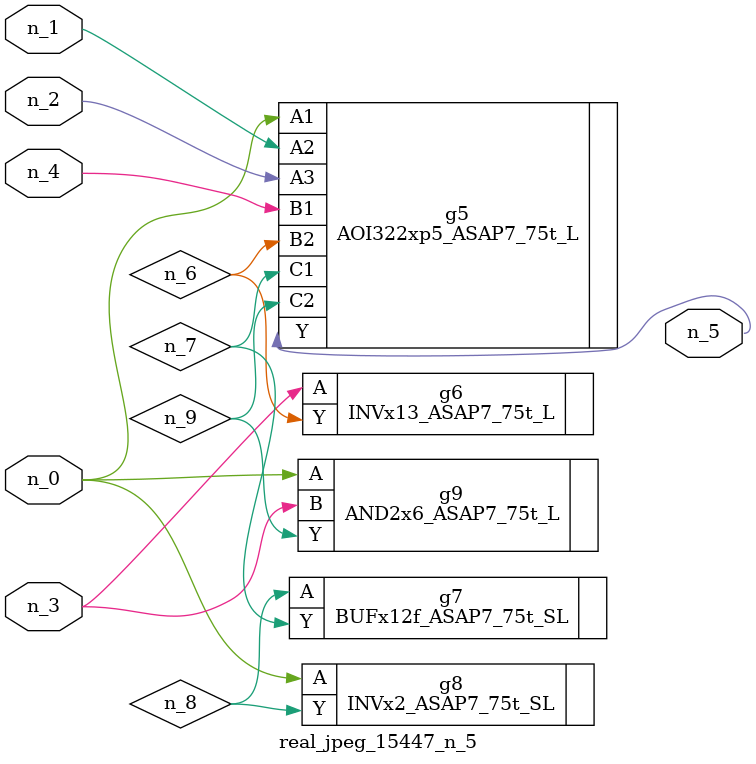
<source format=v>
module real_jpeg_15447_n_5 (n_4, n_0, n_1, n_2, n_3, n_5);

input n_4;
input n_0;
input n_1;
input n_2;
input n_3;

output n_5;

wire n_8;
wire n_6;
wire n_7;
wire n_9;

AOI322xp5_ASAP7_75t_L g5 ( 
.A1(n_0),
.A2(n_1),
.A3(n_2),
.B1(n_4),
.B2(n_6),
.C1(n_7),
.C2(n_9),
.Y(n_5)
);

INVx2_ASAP7_75t_SL g8 ( 
.A(n_0),
.Y(n_8)
);

AND2x6_ASAP7_75t_L g9 ( 
.A(n_0),
.B(n_3),
.Y(n_9)
);

INVx13_ASAP7_75t_L g6 ( 
.A(n_3),
.Y(n_6)
);

BUFx12f_ASAP7_75t_SL g7 ( 
.A(n_8),
.Y(n_7)
);


endmodule
</source>
